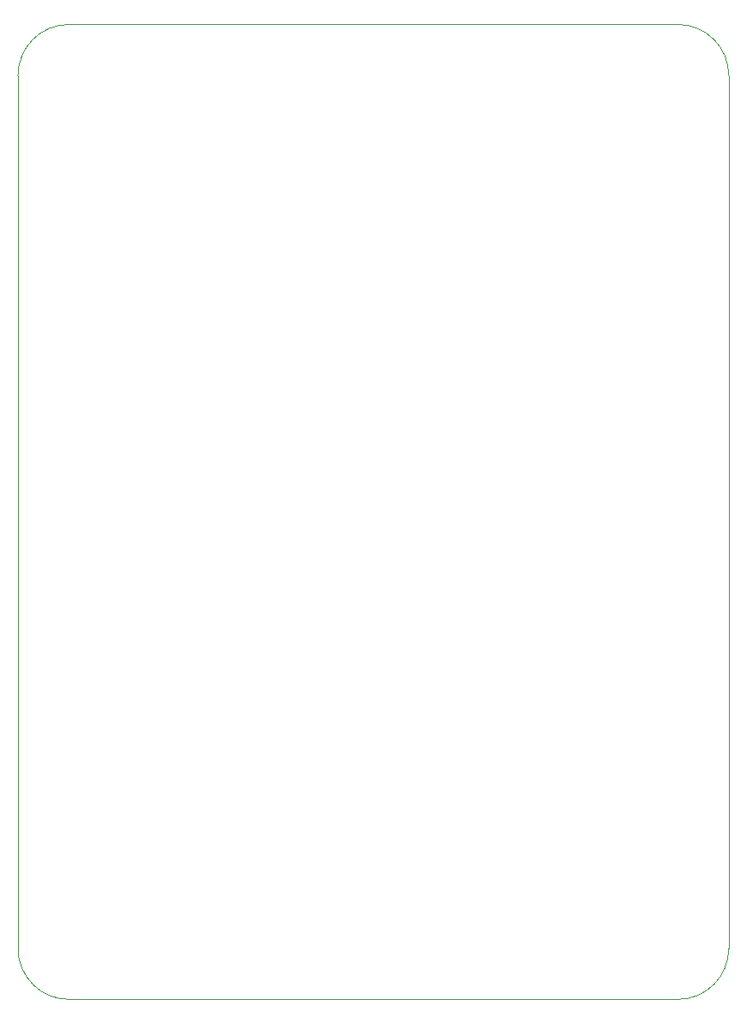
<source format=gbr>
%TF.GenerationSoftware,KiCad,Pcbnew,9.0.0*%
%TF.CreationDate,2025-12-13T14:21:10+02:00*%
%TF.ProjectId,mixed_signal_hw_pcb,6d697865-645f-4736-9967-6e616c5f6877,rev?*%
%TF.SameCoordinates,Original*%
%TF.FileFunction,Profile,NP*%
%FSLAX46Y46*%
G04 Gerber Fmt 4.6, Leading zero omitted, Abs format (unit mm)*
G04 Created by KiCad (PCBNEW 9.0.0) date 2025-12-13 14:21:10*
%MOMM*%
%LPD*%
G01*
G04 APERTURE LIST*
%TA.AperFunction,Profile*%
%ADD10C,0.050000*%
%TD*%
G04 APERTURE END LIST*
D10*
X64000000Y-121000000D02*
G75*
G02*
X59000000Y-116000000I0J5000000D01*
G01*
X124000000Y-121000000D02*
X64000000Y-121000000D01*
X59000000Y-116000000D02*
X59000000Y-30000000D01*
X129000000Y-30000000D02*
X129000000Y-116000000D01*
X129000000Y-116000000D02*
G75*
G02*
X124000000Y-121000000I-5000000J0D01*
G01*
X64000000Y-25000000D02*
X124000000Y-25000000D01*
X124000000Y-25000000D02*
G75*
G02*
X129000000Y-30000000I0J-5000000D01*
G01*
X59000000Y-30000000D02*
G75*
G02*
X64000000Y-25000000I5000000J0D01*
G01*
M02*

</source>
